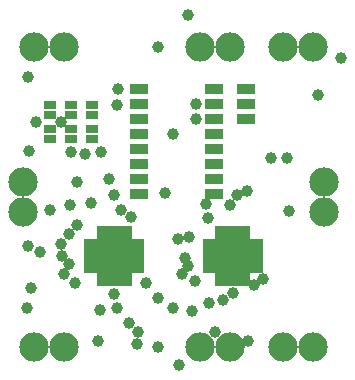
<source format=gbr>
G04 #@! TF.FileFunction,Soldermask,Top*
%FSLAX46Y46*%
G04 Gerber Fmt 4.6, Leading zero omitted, Abs format (unit mm)*
G04 Created by KiCad (PCBNEW 4.0.5) date Thu Feb 16 13:03:40 2017*
%MOMM*%
%LPD*%
G01*
G04 APERTURE LIST*
%ADD10C,0.100000*%
%ADD11R,1.543000X0.908000*%
%ADD12C,2.482800*%
%ADD13R,1.000000X0.800000*%
%ADD14R,1.200000X0.600000*%
%ADD15R,0.600000X1.200000*%
%ADD16R,1.600000X1.600000*%
%ADD17C,1.000000*%
G04 APERTURE END LIST*
D10*
D11*
X18415000Y21590000D03*
X21165000Y21590000D03*
X18415000Y20320000D03*
X18415000Y19050000D03*
X18415000Y17780000D03*
X18415000Y16510000D03*
X18415000Y15240000D03*
X12065000Y15240000D03*
X12065000Y16510000D03*
X12065000Y17780000D03*
X12065000Y19050000D03*
X12065000Y20320000D03*
X12065000Y21590000D03*
X12065000Y22860000D03*
X12065000Y24130000D03*
X21165000Y22860000D03*
X21165000Y24130000D03*
X18415000Y22860000D03*
X18415000Y24130000D03*
D12*
X2270000Y16270000D03*
X2270000Y13730000D03*
X5770000Y27730000D03*
X3230000Y27730000D03*
X3230000Y2270000D03*
X5770000Y2270000D03*
X19770000Y27730000D03*
X17230000Y27730000D03*
X17230000Y2270000D03*
X19770000Y2270000D03*
X26770000Y27730000D03*
X24230000Y27730000D03*
X24230000Y2270000D03*
X26770000Y2270000D03*
X27730000Y13730000D03*
X27730000Y16270000D03*
D13*
X4572000Y22802000D03*
X4572000Y21902000D03*
X4572000Y20770000D03*
X4572000Y19870000D03*
X6350000Y22802000D03*
X6350000Y21902000D03*
X6350000Y20770000D03*
X6350000Y19870000D03*
X8128000Y22802000D03*
X8128000Y21902000D03*
X8128000Y20770000D03*
X8128000Y19870000D03*
D14*
X8050000Y11200000D03*
X8050000Y10800000D03*
X8050000Y10400000D03*
X8050000Y10000000D03*
X8050000Y9600000D03*
X8050000Y9200000D03*
X8050000Y8800000D03*
D15*
X8800000Y8050000D03*
X9200000Y8050000D03*
X9600000Y8050000D03*
X10000000Y8050000D03*
X10400000Y8050000D03*
X10800000Y8050000D03*
X11200000Y8050000D03*
D14*
X11950000Y8800000D03*
X11950000Y9200000D03*
X11950000Y9600000D03*
X11950000Y10000000D03*
X11950000Y10400000D03*
X11950000Y10800000D03*
X11950000Y11200000D03*
D15*
X11200000Y11950000D03*
X10800000Y11950000D03*
X10400000Y11950000D03*
X10000000Y11950000D03*
X9600000Y11950000D03*
X9200000Y11950000D03*
X8800000Y11950000D03*
D16*
X10600000Y9400000D03*
X10600000Y10600000D03*
X9400000Y9400000D03*
X9400000Y10600000D03*
D14*
X18050000Y11200000D03*
X18050000Y10800000D03*
X18050000Y10400000D03*
X18050000Y10000000D03*
X18050000Y9600000D03*
X18050000Y9200000D03*
X18050000Y8800000D03*
D15*
X18800000Y8050000D03*
X19200000Y8050000D03*
X19600000Y8050000D03*
X20000000Y8050000D03*
X20400000Y8050000D03*
X20800000Y8050000D03*
X21200000Y8050000D03*
D14*
X21950000Y8800000D03*
X21950000Y9200000D03*
X21950000Y9600000D03*
X21950000Y10000000D03*
X21950000Y10400000D03*
X21950000Y10800000D03*
X21950000Y11200000D03*
D15*
X21200000Y11950000D03*
X20800000Y11950000D03*
X20400000Y11950000D03*
X20000000Y11950000D03*
X19600000Y11950000D03*
X19200000Y11950000D03*
X18800000Y11950000D03*
D16*
X20600000Y9400000D03*
X20600000Y10600000D03*
X19400000Y9400000D03*
X19400000Y10600000D03*
D17*
X6170729Y11862703D03*
X2270000Y16270000D03*
X2270000Y13730000D03*
X16300000Y11600000D03*
X15400000Y11400000D03*
X5770000Y27730000D03*
X5477162Y11039990D03*
X3230000Y27730000D03*
X5584046Y10000000D03*
X3230000Y2270000D03*
X15940376Y9839990D03*
X5770000Y2270000D03*
X16201255Y9126156D03*
X16200000Y30400000D03*
X6800000Y12600000D03*
X6871998Y16222330D03*
X13716000Y27686000D03*
X6144056Y9290808D03*
X13716000Y2286000D03*
X5700000Y8500000D03*
X13674456Y6466431D03*
X12000000Y3600000D03*
X15494000Y762000D03*
X15700000Y8500000D03*
X26770000Y27730000D03*
X16800000Y7900000D03*
X23219510Y18288000D03*
X24638000Y18288000D03*
X24230000Y27730000D03*
X6690000Y7750000D03*
X24230000Y2270000D03*
X8800000Y5400000D03*
X26770000Y2270000D03*
X18000000Y6000000D03*
X27730000Y13730000D03*
X19200000Y6300000D03*
X27730000Y16270000D03*
X24800000Y13800000D03*
X10200000Y5600000D03*
X27200000Y23600000D03*
X29200000Y26800000D03*
X3400000Y21378010D03*
X10300000Y24100000D03*
X14300000Y15300000D03*
X20000000Y6900000D03*
X6330000Y18800000D03*
X19800000Y14300000D03*
X10000000Y15200000D03*
X10000000Y6800000D03*
X5511008Y21322639D03*
X10200000Y22800000D03*
X11200000Y4300000D03*
X21336000Y2794000D03*
X12700000Y7700000D03*
X8636000Y2794000D03*
X11400000Y13300000D03*
X17933845Y13221064D03*
X10560010Y13901018D03*
X8900000Y18800000D03*
X2730500Y18923000D03*
X20400000Y15200000D03*
X17789969Y14356546D03*
X9545237Y16553263D03*
X2681085Y25171426D03*
X7500000Y18600000D03*
X8000000Y14500000D03*
X16600000Y5300000D03*
X18542000Y3556000D03*
X21844000Y7500000D03*
X15000000Y5600000D03*
X22600000Y8085990D03*
X11938000Y2540000D03*
X21235961Y15536793D03*
X15000000Y20300000D03*
X4585838Y13860010D03*
X16891000Y22860000D03*
X2667000Y10858500D03*
X2921000Y7302500D03*
X6239990Y14276120D03*
X3700000Y10320000D03*
X2600000Y5600000D03*
X16891000Y21590000D03*
M02*

</source>
